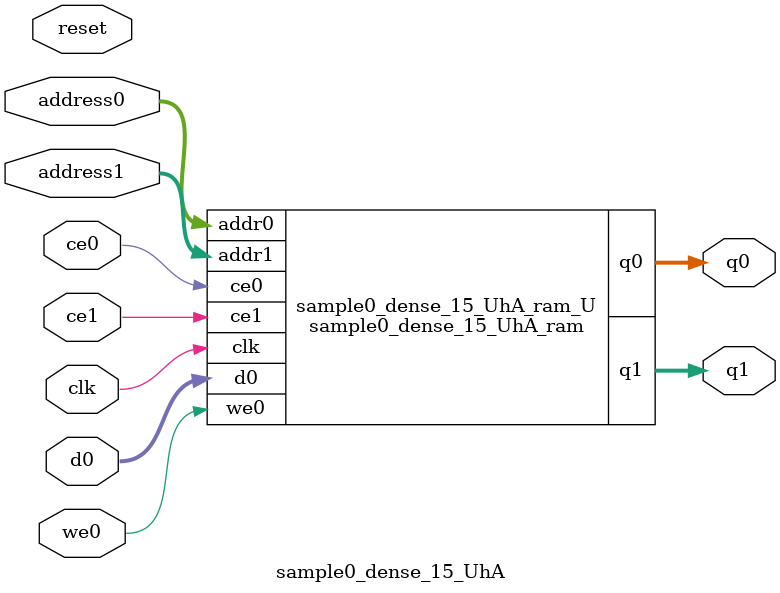
<source format=v>

`timescale 1 ns / 1 ps
module sample0_dense_15_UhA_ram (addr0, ce0, d0, we0, q0, addr1, ce1, q1,  clk);

parameter DWIDTH = 32;
parameter AWIDTH = 10;
parameter MEM_SIZE = 544;

input[AWIDTH-1:0] addr0;
input ce0;
input[DWIDTH-1:0] d0;
input we0;
output reg[DWIDTH-1:0] q0;
input[AWIDTH-1:0] addr1;
input ce1;
output reg[DWIDTH-1:0] q1;
input clk;

(* ram_style = "block" *)reg [DWIDTH-1:0] ram[0:MEM_SIZE-1];




always @(posedge clk)  
begin 
    if (ce0) 
    begin
        if (we0) 
        begin 
            ram[addr0] <= d0; 
            q0 <= d0;
        end 
        else 
            q0 <= ram[addr0];
    end
end


always @(posedge clk)  
begin 
    if (ce1) 
    begin
            q1 <= ram[addr1];
    end
end


endmodule


`timescale 1 ns / 1 ps
module sample0_dense_15_UhA(
    reset,
    clk,
    address0,
    ce0,
    we0,
    d0,
    q0,
    address1,
    ce1,
    q1);

parameter DataWidth = 32'd32;
parameter AddressRange = 32'd544;
parameter AddressWidth = 32'd10;
input reset;
input clk;
input[AddressWidth - 1:0] address0;
input ce0;
input we0;
input[DataWidth - 1:0] d0;
output[DataWidth - 1:0] q0;
input[AddressWidth - 1:0] address1;
input ce1;
output[DataWidth - 1:0] q1;



sample0_dense_15_UhA_ram sample0_dense_15_UhA_ram_U(
    .clk( clk ),
    .addr0( address0 ),
    .ce0( ce0 ),
    .we0( we0 ),
    .d0( d0 ),
    .q0( q0 ),
    .addr1( address1 ),
    .ce1( ce1 ),
    .q1( q1 ));

endmodule


</source>
